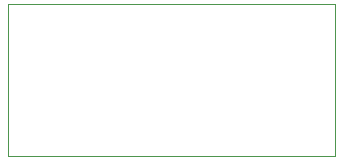
<source format=gbr>
%TF.GenerationSoftware,KiCad,Pcbnew,8.0.8*%
%TF.CreationDate,2025-02-05T16:43:23+08:00*%
%TF.ProjectId,5V24VBoostUp(USBC),35563234-5642-46f6-9f73-745570285553,rev?*%
%TF.SameCoordinates,Original*%
%TF.FileFunction,Profile,NP*%
%FSLAX46Y46*%
G04 Gerber Fmt 4.6, Leading zero omitted, Abs format (unit mm)*
G04 Created by KiCad (PCBNEW 8.0.8) date 2025-02-05 16:43:23*
%MOMM*%
%LPD*%
G01*
G04 APERTURE LIST*
%TA.AperFunction,Profile*%
%ADD10C,0.050000*%
%TD*%
G04 APERTURE END LIST*
D10*
X110642400Y-86664800D02*
X138277600Y-86664800D01*
X138277600Y-99517200D01*
X110642400Y-99517200D01*
X110642400Y-86664800D01*
M02*

</source>
